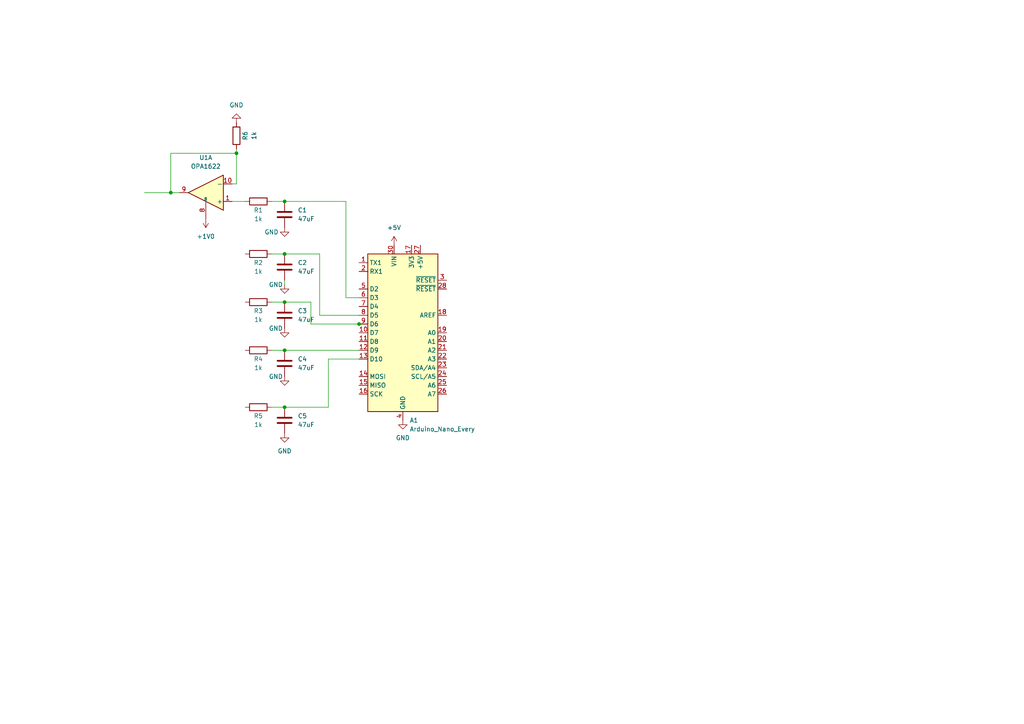
<source format=kicad_sch>
(kicad_sch (version 20230121) (generator eeschema)

  (uuid febae07b-aa3c-44e9-ba77-7fbc25b7a6dd)

  (paper "A4")

  (lib_symbols
    (symbol "Amplifier_Audio:OPA1622" (pin_names (offset 0.127)) (in_bom yes) (on_board yes)
      (property "Reference" "U" (at 3.81 6.35 0)
        (effects (font (size 1.27 1.27)) (justify left))
      )
      (property "Value" "OPA1622" (at 3.81 3.81 0)
        (effects (font (size 1.27 1.27)) (justify left))
      )
      (property "Footprint" "Package_SON:Texas_S-PVSON-N10" (at 0 -10.16 0)
        (effects (font (size 1.27 1.27)) hide)
      )
      (property "Datasheet" "http://www.ti.com/lit/ds/symlink/opa1622.pdf" (at 0 0 0)
        (effects (font (size 1.27 1.27)) hide)
      )
      (property "ki_locked" "" (at 0 0 0)
        (effects (font (size 1.27 1.27)))
      )
      (property "ki_keywords" "dual opamp audio" (at 0 0 0)
        (effects (font (size 1.27 1.27)) hide)
      )
      (property "ki_description" "High-Fidelity, Bipolar-Input, Audio Operational Amplifier, VSON-10" (at 0 0 0)
        (effects (font (size 1.27 1.27)) hide)
      )
      (property "ki_fp_filters" "Texas*PVSON*" (at 0 0 0)
        (effects (font (size 1.27 1.27)) hide)
      )
      (symbol "OPA1622_1_1"
        (polyline
          (pts
            (xy -5.08 5.08)
            (xy 5.08 0)
            (xy -5.08 -5.08)
            (xy -5.08 5.08)
            (xy -5.08 5.08)
          )
          (stroke (width 0.254) (type default))
          (fill (type background))
        )
        (pin input line (at -7.62 2.54 0) (length 2.54)
          (name "+" (effects (font (size 1.27 1.27))))
          (number "1" (effects (font (size 1.27 1.27))))
        )
        (pin input line (at -7.62 -2.54 0) (length 2.54)
          (name "-" (effects (font (size 1.27 1.27))))
          (number "10" (effects (font (size 1.27 1.27))))
        )
        (pin input line (at 0 7.62 270) (length 5.08)
          (name "EN" (effects (font (size 0.508 0.508))))
          (number "8" (effects (font (size 1.27 1.27))))
        )
        (pin output line (at 7.62 0 180) (length 2.54)
          (name "~" (effects (font (size 1.27 1.27))))
          (number "9" (effects (font (size 1.27 1.27))))
        )
      )
      (symbol "OPA1622_2_1"
        (polyline
          (pts
            (xy -5.08 5.08)
            (xy 5.08 0)
            (xy -5.08 -5.08)
            (xy -5.08 5.08)
            (xy -5.08 5.08)
          )
          (stroke (width 0.254) (type default))
          (fill (type background))
        )
        (pin input line (at -7.62 2.54 0) (length 2.54)
          (name "+" (effects (font (size 1.27 1.27))))
          (number "5" (effects (font (size 1.27 1.27))))
        )
        (pin input line (at -7.62 -2.54 0) (length 2.54)
          (name "-" (effects (font (size 1.27 1.27))))
          (number "6" (effects (font (size 1.27 1.27))))
        )
        (pin output line (at 7.62 0 180) (length 2.54)
          (name "~" (effects (font (size 1.27 1.27))))
          (number "7" (effects (font (size 1.27 1.27))))
        )
      )
      (symbol "OPA1622_3_1"
        (pin passive line (at -2.54 -7.62 90) (length 3.81) hide
          (name "V-" (effects (font (size 1.27 1.27))))
          (number "11" (effects (font (size 1.27 1.27))))
        )
        (pin power_in line (at -2.54 7.62 270) (length 3.81)
          (name "V+" (effects (font (size 1.27 1.27))))
          (number "2" (effects (font (size 1.27 1.27))))
        )
        (pin power_in line (at 0 -7.62 90) (length 5.08)
          (name "GND" (effects (font (size 0.508 0.508))))
          (number "3" (effects (font (size 1.27 1.27))))
        )
        (pin power_in line (at -2.54 -7.62 90) (length 3.81)
          (name "V-" (effects (font (size 1.27 1.27))))
          (number "4" (effects (font (size 1.27 1.27))))
        )
      )
    )
    (symbol "Device:C" (pin_numbers hide) (pin_names (offset 0.254)) (in_bom yes) (on_board yes)
      (property "Reference" "C" (at 0.635 2.54 0)
        (effects (font (size 1.27 1.27)) (justify left))
      )
      (property "Value" "C" (at 0.635 -2.54 0)
        (effects (font (size 1.27 1.27)) (justify left))
      )
      (property "Footprint" "" (at 0.9652 -3.81 0)
        (effects (font (size 1.27 1.27)) hide)
      )
      (property "Datasheet" "~" (at 0 0 0)
        (effects (font (size 1.27 1.27)) hide)
      )
      (property "ki_keywords" "cap capacitor" (at 0 0 0)
        (effects (font (size 1.27 1.27)) hide)
      )
      (property "ki_description" "Unpolarized capacitor" (at 0 0 0)
        (effects (font (size 1.27 1.27)) hide)
      )
      (property "ki_fp_filters" "C_*" (at 0 0 0)
        (effects (font (size 1.27 1.27)) hide)
      )
      (symbol "C_0_1"
        (polyline
          (pts
            (xy -2.032 -0.762)
            (xy 2.032 -0.762)
          )
          (stroke (width 0.508) (type default))
          (fill (type none))
        )
        (polyline
          (pts
            (xy -2.032 0.762)
            (xy 2.032 0.762)
          )
          (stroke (width 0.508) (type default))
          (fill (type none))
        )
      )
      (symbol "C_1_1"
        (pin passive line (at 0 3.81 270) (length 2.794)
          (name "~" (effects (font (size 1.27 1.27))))
          (number "1" (effects (font (size 1.27 1.27))))
        )
        (pin passive line (at 0 -3.81 90) (length 2.794)
          (name "~" (effects (font (size 1.27 1.27))))
          (number "2" (effects (font (size 1.27 1.27))))
        )
      )
    )
    (symbol "Device:R" (pin_numbers hide) (pin_names (offset 0)) (in_bom yes) (on_board yes)
      (property "Reference" "R" (at 2.032 0 90)
        (effects (font (size 1.27 1.27)))
      )
      (property "Value" "R" (at 0 0 90)
        (effects (font (size 1.27 1.27)))
      )
      (property "Footprint" "" (at -1.778 0 90)
        (effects (font (size 1.27 1.27)) hide)
      )
      (property "Datasheet" "~" (at 0 0 0)
        (effects (font (size 1.27 1.27)) hide)
      )
      (property "ki_keywords" "R res resistor" (at 0 0 0)
        (effects (font (size 1.27 1.27)) hide)
      )
      (property "ki_description" "Resistor" (at 0 0 0)
        (effects (font (size 1.27 1.27)) hide)
      )
      (property "ki_fp_filters" "R_*" (at 0 0 0)
        (effects (font (size 1.27 1.27)) hide)
      )
      (symbol "R_0_1"
        (rectangle (start -1.016 -2.54) (end 1.016 2.54)
          (stroke (width 0.254) (type default))
          (fill (type none))
        )
      )
      (symbol "R_1_1"
        (pin passive line (at 0 3.81 270) (length 1.27)
          (name "~" (effects (font (size 1.27 1.27))))
          (number "1" (effects (font (size 1.27 1.27))))
        )
        (pin passive line (at 0 -3.81 90) (length 1.27)
          (name "~" (effects (font (size 1.27 1.27))))
          (number "2" (effects (font (size 1.27 1.27))))
        )
      )
    )
    (symbol "MCU_Module:Arduino_Nano_Every" (in_bom yes) (on_board yes)
      (property "Reference" "A" (at -10.16 23.495 0)
        (effects (font (size 1.27 1.27)) (justify left bottom))
      )
      (property "Value" "Arduino_Nano_Every" (at 5.08 -24.13 0)
        (effects (font (size 1.27 1.27)) (justify left top))
      )
      (property "Footprint" "Module:Arduino_Nano" (at 0 0 0)
        (effects (font (size 1.27 1.27) italic) hide)
      )
      (property "Datasheet" "https://content.arduino.cc/assets/NANOEveryV3.0_sch.pdf" (at 0 0 0)
        (effects (font (size 1.27 1.27)) hide)
      )
      (property "ki_keywords" "Arduino nano microcontroller module USB UPDI AATMega4809 AVR" (at 0 0 0)
        (effects (font (size 1.27 1.27)) hide)
      )
      (property "ki_description" "Arduino Nano Every" (at 0 0 0)
        (effects (font (size 1.27 1.27)) hide)
      )
      (property "ki_fp_filters" "Arduino*Nano*" (at 0 0 0)
        (effects (font (size 1.27 1.27)) hide)
      )
      (symbol "Arduino_Nano_Every_0_1"
        (rectangle (start -10.16 22.86) (end 10.16 -22.86)
          (stroke (width 0.254) (type default))
          (fill (type background))
        )
      )
      (symbol "Arduino_Nano_Every_1_1"
        (pin bidirectional line (at -12.7 20.32 0) (length 2.54)
          (name "TX1" (effects (font (size 1.27 1.27))))
          (number "1" (effects (font (size 1.27 1.27))))
        )
        (pin bidirectional line (at -12.7 0 0) (length 2.54)
          (name "D7" (effects (font (size 1.27 1.27))))
          (number "10" (effects (font (size 1.27 1.27))))
        )
        (pin bidirectional line (at -12.7 -2.54 0) (length 2.54)
          (name "D8" (effects (font (size 1.27 1.27))))
          (number "11" (effects (font (size 1.27 1.27))))
        )
        (pin bidirectional line (at -12.7 -5.08 0) (length 2.54)
          (name "D9" (effects (font (size 1.27 1.27))))
          (number "12" (effects (font (size 1.27 1.27))))
        )
        (pin bidirectional line (at -12.7 -7.62 0) (length 2.54)
          (name "D10" (effects (font (size 1.27 1.27))))
          (number "13" (effects (font (size 1.27 1.27))))
        )
        (pin bidirectional line (at -12.7 -12.7 0) (length 2.54)
          (name "MOSI" (effects (font (size 1.27 1.27))))
          (number "14" (effects (font (size 1.27 1.27))))
        )
        (pin bidirectional line (at -12.7 -15.24 0) (length 2.54)
          (name "MISO" (effects (font (size 1.27 1.27))))
          (number "15" (effects (font (size 1.27 1.27))))
        )
        (pin bidirectional line (at -12.7 -17.78 0) (length 2.54)
          (name "SCK" (effects (font (size 1.27 1.27))))
          (number "16" (effects (font (size 1.27 1.27))))
        )
        (pin power_out line (at 2.54 25.4 270) (length 2.54)
          (name "3V3" (effects (font (size 1.27 1.27))))
          (number "17" (effects (font (size 1.27 1.27))))
        )
        (pin input line (at 12.7 5.08 180) (length 2.54)
          (name "AREF" (effects (font (size 1.27 1.27))))
          (number "18" (effects (font (size 1.27 1.27))))
        )
        (pin bidirectional line (at 12.7 0 180) (length 2.54)
          (name "A0" (effects (font (size 1.27 1.27))))
          (number "19" (effects (font (size 1.27 1.27))))
        )
        (pin bidirectional line (at -12.7 17.78 0) (length 2.54)
          (name "RX1" (effects (font (size 1.27 1.27))))
          (number "2" (effects (font (size 1.27 1.27))))
        )
        (pin bidirectional line (at 12.7 -2.54 180) (length 2.54)
          (name "A1" (effects (font (size 1.27 1.27))))
          (number "20" (effects (font (size 1.27 1.27))))
        )
        (pin bidirectional line (at 12.7 -5.08 180) (length 2.54)
          (name "A2" (effects (font (size 1.27 1.27))))
          (number "21" (effects (font (size 1.27 1.27))))
        )
        (pin bidirectional line (at 12.7 -7.62 180) (length 2.54)
          (name "A3" (effects (font (size 1.27 1.27))))
          (number "22" (effects (font (size 1.27 1.27))))
        )
        (pin bidirectional line (at 12.7 -10.16 180) (length 2.54)
          (name "SDA/A4" (effects (font (size 1.27 1.27))))
          (number "23" (effects (font (size 1.27 1.27))))
        )
        (pin bidirectional line (at 12.7 -12.7 180) (length 2.54)
          (name "SCL/A5" (effects (font (size 1.27 1.27))))
          (number "24" (effects (font (size 1.27 1.27))))
        )
        (pin bidirectional line (at 12.7 -15.24 180) (length 2.54)
          (name "A6" (effects (font (size 1.27 1.27))))
          (number "25" (effects (font (size 1.27 1.27))))
        )
        (pin bidirectional line (at 12.7 -17.78 180) (length 2.54)
          (name "A7" (effects (font (size 1.27 1.27))))
          (number "26" (effects (font (size 1.27 1.27))))
        )
        (pin power_out line (at 5.08 25.4 270) (length 2.54)
          (name "+5V" (effects (font (size 1.27 1.27))))
          (number "27" (effects (font (size 1.27 1.27))))
        )
        (pin input line (at 12.7 12.7 180) (length 2.54)
          (name "~{RESET}" (effects (font (size 1.27 1.27))))
          (number "28" (effects (font (size 1.27 1.27))))
        )
        (pin passive line (at 0 -25.4 90) (length 2.54) hide
          (name "GND" (effects (font (size 1.27 1.27))))
          (number "29" (effects (font (size 1.27 1.27))))
        )
        (pin input line (at 12.7 15.24 180) (length 2.54)
          (name "~{RESET}" (effects (font (size 1.27 1.27))))
          (number "3" (effects (font (size 1.27 1.27))))
        )
        (pin power_in line (at -2.54 25.4 270) (length 2.54)
          (name "VIN" (effects (font (size 1.27 1.27))))
          (number "30" (effects (font (size 1.27 1.27))))
        )
        (pin power_in line (at 0 -25.4 90) (length 2.54)
          (name "GND" (effects (font (size 1.27 1.27))))
          (number "4" (effects (font (size 1.27 1.27))))
        )
        (pin bidirectional line (at -12.7 12.7 0) (length 2.54)
          (name "D2" (effects (font (size 1.27 1.27))))
          (number "5" (effects (font (size 1.27 1.27))))
        )
        (pin bidirectional line (at -12.7 10.16 0) (length 2.54)
          (name "D3" (effects (font (size 1.27 1.27))))
          (number "6" (effects (font (size 1.27 1.27))))
        )
        (pin bidirectional line (at -12.7 7.62 0) (length 2.54)
          (name "D4" (effects (font (size 1.27 1.27))))
          (number "7" (effects (font (size 1.27 1.27))))
        )
        (pin bidirectional line (at -12.7 5.08 0) (length 2.54)
          (name "D5" (effects (font (size 1.27 1.27))))
          (number "8" (effects (font (size 1.27 1.27))))
        )
        (pin bidirectional line (at -12.7 2.54 0) (length 2.54)
          (name "D6" (effects (font (size 1.27 1.27))))
          (number "9" (effects (font (size 1.27 1.27))))
        )
      )
    )
    (symbol "power:+1V0" (power) (pin_names (offset 0)) (in_bom yes) (on_board yes)
      (property "Reference" "#PWR" (at 0 -3.81 0)
        (effects (font (size 1.27 1.27)) hide)
      )
      (property "Value" "+1V0" (at 0 3.556 0)
        (effects (font (size 1.27 1.27)))
      )
      (property "Footprint" "" (at 0 0 0)
        (effects (font (size 1.27 1.27)) hide)
      )
      (property "Datasheet" "" (at 0 0 0)
        (effects (font (size 1.27 1.27)) hide)
      )
      (property "ki_keywords" "global power" (at 0 0 0)
        (effects (font (size 1.27 1.27)) hide)
      )
      (property "ki_description" "Power symbol creates a global label with name \"+1V0\"" (at 0 0 0)
        (effects (font (size 1.27 1.27)) hide)
      )
      (symbol "+1V0_0_1"
        (polyline
          (pts
            (xy -0.762 1.27)
            (xy 0 2.54)
          )
          (stroke (width 0) (type default))
          (fill (type none))
        )
        (polyline
          (pts
            (xy 0 0)
            (xy 0 2.54)
          )
          (stroke (width 0) (type default))
          (fill (type none))
        )
        (polyline
          (pts
            (xy 0 2.54)
            (xy 0.762 1.27)
          )
          (stroke (width 0) (type default))
          (fill (type none))
        )
      )
      (symbol "+1V0_1_1"
        (pin power_in line (at 0 0 90) (length 0) hide
          (name "+1V0" (effects (font (size 1.27 1.27))))
          (number "1" (effects (font (size 1.27 1.27))))
        )
      )
    )
    (symbol "power:+5V" (power) (pin_names (offset 0)) (in_bom yes) (on_board yes)
      (property "Reference" "#PWR" (at 0 -3.81 0)
        (effects (font (size 1.27 1.27)) hide)
      )
      (property "Value" "+5V" (at 0 3.556 0)
        (effects (font (size 1.27 1.27)))
      )
      (property "Footprint" "" (at 0 0 0)
        (effects (font (size 1.27 1.27)) hide)
      )
      (property "Datasheet" "" (at 0 0 0)
        (effects (font (size 1.27 1.27)) hide)
      )
      (property "ki_keywords" "global power" (at 0 0 0)
        (effects (font (size 1.27 1.27)) hide)
      )
      (property "ki_description" "Power symbol creates a global label with name \"+5V\"" (at 0 0 0)
        (effects (font (size 1.27 1.27)) hide)
      )
      (symbol "+5V_0_1"
        (polyline
          (pts
            (xy -0.762 1.27)
            (xy 0 2.54)
          )
          (stroke (width 0) (type default))
          (fill (type none))
        )
        (polyline
          (pts
            (xy 0 0)
            (xy 0 2.54)
          )
          (stroke (width 0) (type default))
          (fill (type none))
        )
        (polyline
          (pts
            (xy 0 2.54)
            (xy 0.762 1.27)
          )
          (stroke (width 0) (type default))
          (fill (type none))
        )
      )
      (symbol "+5V_1_1"
        (pin power_in line (at 0 0 90) (length 0) hide
          (name "+5V" (effects (font (size 1.27 1.27))))
          (number "1" (effects (font (size 1.27 1.27))))
        )
      )
    )
    (symbol "power:GND" (power) (pin_names (offset 0)) (in_bom yes) (on_board yes)
      (property "Reference" "#PWR" (at 0 -6.35 0)
        (effects (font (size 1.27 1.27)) hide)
      )
      (property "Value" "GND" (at 0 -3.81 0)
        (effects (font (size 1.27 1.27)))
      )
      (property "Footprint" "" (at 0 0 0)
        (effects (font (size 1.27 1.27)) hide)
      )
      (property "Datasheet" "" (at 0 0 0)
        (effects (font (size 1.27 1.27)) hide)
      )
      (property "ki_keywords" "global power" (at 0 0 0)
        (effects (font (size 1.27 1.27)) hide)
      )
      (property "ki_description" "Power symbol creates a global label with name \"GND\" , ground" (at 0 0 0)
        (effects (font (size 1.27 1.27)) hide)
      )
      (symbol "GND_0_1"
        (polyline
          (pts
            (xy 0 0)
            (xy 0 -1.27)
            (xy 1.27 -1.27)
            (xy 0 -2.54)
            (xy -1.27 -1.27)
            (xy 0 -1.27)
          )
          (stroke (width 0) (type default))
          (fill (type none))
        )
      )
      (symbol "GND_1_1"
        (pin power_in line (at 0 0 270) (length 0) hide
          (name "GND" (effects (font (size 1.27 1.27))))
          (number "1" (effects (font (size 1.27 1.27))))
        )
      )
    )
  )

  (junction (at 82.55 87.63) (diameter 0) (color 0 0 0 0)
    (uuid 3ae5786d-a593-4111-8ad1-7a7bb5aac9f0)
  )
  (junction (at 82.55 58.42) (diameter 0) (color 0 0 0 0)
    (uuid 4e4e8063-539d-4d9c-bef5-c70b5cddf21e)
  )
  (junction (at 49.53 55.88) (diameter 0) (color 0 0 0 0)
    (uuid 6ffac9f2-268e-435e-84f6-b8ecbbbaf2ed)
  )
  (junction (at 82.55 101.6) (diameter 0) (color 0 0 0 0)
    (uuid 7964883f-e781-4057-a752-3f7284bba197)
  )
  (junction (at 82.55 73.66) (diameter 0) (color 0 0 0 0)
    (uuid 823fef96-8c26-4c88-bc95-318d6479b97f)
  )
  (junction (at 104.14 93.98) (diameter 0) (color 0 0 0 0)
    (uuid 94250688-5e39-41d1-9f0f-d38268ad8bfa)
  )
  (junction (at 82.55 118.11) (diameter 0) (color 0 0 0 0)
    (uuid ba6e009d-ea05-4d1a-888a-ffe5b58c1a5d)
  )
  (junction (at 68.58 44.45) (diameter 0) (color 0 0 0 0)
    (uuid c268caff-109f-40fc-9b2a-90bacc7f2d75)
  )

  (wire (pts (xy 92.71 91.44) (xy 104.14 91.44))
    (stroke (width 0) (type default))
    (uuid 058026ba-0203-4fa6-aeb9-9320a357db20)
  )
  (wire (pts (xy 67.31 58.42) (xy 71.12 58.42))
    (stroke (width 0) (type default))
    (uuid 12fdf027-1ebb-4732-83e9-c125c0e5b62b)
  )
  (wire (pts (xy 82.55 58.42) (xy 100.33 58.42))
    (stroke (width 0) (type default))
    (uuid 21ce8c0e-4101-4770-bf6a-e537eafad2b7)
  )
  (wire (pts (xy 49.53 55.88) (xy 49.53 44.45))
    (stroke (width 0) (type default))
    (uuid 25fc2f36-e025-440d-bf79-d1b16323a4c5)
  )
  (wire (pts (xy 68.58 44.45) (xy 68.58 53.34))
    (stroke (width 0) (type default))
    (uuid 2a0db255-b76e-402f-adb3-893c4338488c)
  )
  (wire (pts (xy 100.33 86.36) (xy 100.33 58.42))
    (stroke (width 0) (type default))
    (uuid 308d5785-9059-4c66-b225-18baf4fb8c5b)
  )
  (wire (pts (xy 78.74 73.66) (xy 82.55 73.66))
    (stroke (width 0) (type default))
    (uuid 312dee5a-f891-4d80-829d-b8bdfd2f5038)
  )
  (wire (pts (xy 104.14 93.98) (xy 105.41 93.98))
    (stroke (width 0) (type default))
    (uuid 3753ccdd-983c-4d78-a1f4-be018ed7bfd5)
  )
  (wire (pts (xy 78.74 118.11) (xy 82.55 118.11))
    (stroke (width 0) (type default))
    (uuid 38488e39-b9d5-47d5-a99c-73dddf29360a)
  )
  (wire (pts (xy 82.55 81.28) (xy 82.55 82.55))
    (stroke (width 0) (type default))
    (uuid 3f4a1d8a-0d7c-45f0-8597-c25f1c09a2e8)
  )
  (wire (pts (xy 82.55 73.66) (xy 92.71 73.66))
    (stroke (width 0) (type default))
    (uuid 4306f012-4ad4-409a-bcea-d940d9972ef2)
  )
  (wire (pts (xy 52.07 55.88) (xy 49.53 55.88))
    (stroke (width 0) (type default))
    (uuid 4a9cba60-56a5-4984-9b6c-c5f5ce0c8677)
  )
  (wire (pts (xy 92.71 73.66) (xy 92.71 91.44))
    (stroke (width 0) (type default))
    (uuid 50319c1d-68b2-46d5-9eed-ae483598e8f7)
  )
  (wire (pts (xy 100.33 86.36) (xy 104.14 86.36))
    (stroke (width 0) (type default))
    (uuid 6c09de3f-199a-417d-853f-7bedc6354e81)
  )
  (wire (pts (xy 68.58 53.34) (xy 67.31 53.34))
    (stroke (width 0) (type default))
    (uuid 7c2ee4b0-9228-4b7d-bc53-676df2c1ceb4)
  )
  (wire (pts (xy 49.53 44.45) (xy 68.58 44.45))
    (stroke (width 0) (type default))
    (uuid 87be67a9-03e7-47d2-aa71-dd8f949900d4)
  )
  (wire (pts (xy 90.17 87.63) (xy 90.17 93.98))
    (stroke (width 0) (type default))
    (uuid 8bf9013b-fbc1-49c6-9f86-2c648d6ae5b8)
  )
  (wire (pts (xy 78.74 87.63) (xy 82.55 87.63))
    (stroke (width 0) (type default))
    (uuid 93ec03d6-7c50-4b90-97b6-ebf185cd39cf)
  )
  (wire (pts (xy 68.58 43.18) (xy 68.58 44.45))
    (stroke (width 0) (type default))
    (uuid 9af78729-d068-4724-902d-6bddea7cc2f4)
  )
  (wire (pts (xy 78.74 101.6) (xy 82.55 101.6))
    (stroke (width 0) (type default))
    (uuid 9b8e5531-ac74-46af-bd74-4491c05d5595)
  )
  (wire (pts (xy 82.55 87.63) (xy 90.17 87.63))
    (stroke (width 0) (type default))
    (uuid b237b8b9-94e9-456d-addc-45ff2a574ed8)
  )
  (wire (pts (xy 78.74 58.42) (xy 82.55 58.42))
    (stroke (width 0) (type default))
    (uuid c05ef34d-06c8-4e96-872d-6e995823bf20)
  )
  (wire (pts (xy 95.25 104.14) (xy 95.25 118.11))
    (stroke (width 0) (type default))
    (uuid cfd1a1b2-392f-4aa0-8b7a-4099a2bfece0)
  )
  (wire (pts (xy 41.91 55.88) (xy 49.53 55.88))
    (stroke (width 0) (type default))
    (uuid d743f51a-b4f6-42af-b7b8-84100189c135)
  )
  (wire (pts (xy 104.14 104.14) (xy 95.25 104.14))
    (stroke (width 0) (type default))
    (uuid d7f2fdc0-7649-4c1b-99d5-5ff68a97bb20)
  )
  (wire (pts (xy 90.17 93.98) (xy 104.14 93.98))
    (stroke (width 0) (type default))
    (uuid de65625d-3d2d-4c80-ab91-1d35e8656c4b)
  )
  (wire (pts (xy 82.55 101.6) (xy 104.14 101.6))
    (stroke (width 0) (type default))
    (uuid eb90ae85-c7e9-44f9-8af7-f0046dc20949)
  )
  (wire (pts (xy 82.55 118.11) (xy 95.25 118.11))
    (stroke (width 0) (type default))
    (uuid fc340b83-73c8-4fde-93b8-14f972c90dc7)
  )

  (symbol (lib_id "power:GND") (at 82.55 66.04 0) (unit 1)
    (in_bom yes) (on_board yes) (dnp no)
    (uuid 03bb9eb4-9f7e-46de-9435-fdb1010f2870)
    (property "Reference" "#PWR03" (at 82.55 72.39 0)
      (effects (font (size 1.27 1.27)) hide)
    )
    (property "Value" "GND" (at 78.74 67.31 0)
      (effects (font (size 1.27 1.27)))
    )
    (property "Footprint" "" (at 82.55 66.04 0)
      (effects (font (size 1.27 1.27)) hide)
    )
    (property "Datasheet" "" (at 82.55 66.04 0)
      (effects (font (size 1.27 1.27)) hide)
    )
    (pin "1" (uuid 0b558d10-7bde-4a1c-89cf-d61c7c827b78))
    (instances
      (project "Emulation 1.0"
        (path "/febae07b-aa3c-44e9-ba77-7fbc25b7a6dd"
          (reference "#PWR03") (unit 1)
        )
      )
    )
  )

  (symbol (lib_id "Device:R") (at 68.58 39.37 180) (unit 1)
    (in_bom yes) (on_board yes) (dnp no)
    (uuid 06c71694-43d8-4e30-afb3-abbd6335b6a3)
    (property "Reference" "R6" (at 71.12 39.37 90)
      (effects (font (size 1.27 1.27)))
    )
    (property "Value" "1k" (at 73.66 39.37 90)
      (effects (font (size 1.27 1.27)))
    )
    (property "Footprint" "" (at 70.358 39.37 90)
      (effects (font (size 1.27 1.27)) hide)
    )
    (property "Datasheet" "~" (at 68.58 39.37 0)
      (effects (font (size 1.27 1.27)) hide)
    )
    (pin "1" (uuid e7cb2a97-8f25-499c-bc1c-96d11973b10c))
    (pin "2" (uuid 0489e661-2813-4b0b-b12b-2bc53d7fc56b))
    (instances
      (project "Emulation 1.0"
        (path "/febae07b-aa3c-44e9-ba77-7fbc25b7a6dd"
          (reference "R6") (unit 1)
        )
      )
    )
  )

  (symbol (lib_id "Device:C") (at 82.55 105.41 0) (unit 1)
    (in_bom yes) (on_board yes) (dnp no) (fields_autoplaced)
    (uuid 11cbe02c-faae-4e19-87ef-92ada789fdb5)
    (property "Reference" "C4" (at 86.36 104.14 0)
      (effects (font (size 1.27 1.27)) (justify left))
    )
    (property "Value" "47uF" (at 86.36 106.68 0)
      (effects (font (size 1.27 1.27)) (justify left))
    )
    (property "Footprint" "" (at 83.5152 109.22 0)
      (effects (font (size 1.27 1.27)) hide)
    )
    (property "Datasheet" "~" (at 82.55 105.41 0)
      (effects (font (size 1.27 1.27)) hide)
    )
    (pin "1" (uuid d402e0d5-e3f2-4012-b4ae-1b9936212178))
    (pin "2" (uuid 28f72612-9b9a-480a-a7f6-59f484bd39f9))
    (instances
      (project "Emulation 1.0"
        (path "/febae07b-aa3c-44e9-ba77-7fbc25b7a6dd"
          (reference "C4") (unit 1)
        )
      )
    )
  )

  (symbol (lib_id "Amplifier_Audio:OPA1622") (at 59.69 55.88 180) (unit 1)
    (in_bom yes) (on_board yes) (dnp no) (fields_autoplaced)
    (uuid 1b48452c-1c79-4ca4-8c95-1da9afd6a94d)
    (property "Reference" "U1" (at 59.69 45.72 0)
      (effects (font (size 1.27 1.27)))
    )
    (property "Value" "OPA1622" (at 59.69 48.26 0)
      (effects (font (size 1.27 1.27)))
    )
    (property "Footprint" "Package_SON:Texas_S-PVSON-N10" (at 59.69 45.72 0)
      (effects (font (size 1.27 1.27)) hide)
    )
    (property "Datasheet" "http://www.ti.com/lit/ds/symlink/opa1622.pdf" (at 59.69 55.88 0)
      (effects (font (size 1.27 1.27)) hide)
    )
    (pin "1" (uuid 2dfea7a4-444a-44f1-97b0-50a9274e1339))
    (pin "10" (uuid 65aceee5-4070-4bd8-8b58-00e67fe6f688))
    (pin "8" (uuid 86f5f243-4b40-45cf-9be1-de3b20357e65))
    (pin "9" (uuid 7ee4093c-8cee-42cc-94dd-675851c0f6eb))
    (pin "5" (uuid cad970c3-7240-454a-b7a3-402e3ecd48ae))
    (pin "6" (uuid 6d4881f4-8899-4fa7-85bc-fe976c8efbc8))
    (pin "7" (uuid 20db9dd1-a2ab-481c-9a5a-74bece823eca))
    (pin "11" (uuid bdc821e8-c992-4593-9ba5-f0516b098bf1))
    (pin "2" (uuid d62922a8-d20b-4eb6-ba1d-63351162d4de))
    (pin "3" (uuid 6436f423-2dbc-44b6-80cd-e800cbe45350))
    (pin "4" (uuid 82765854-8ac9-47e2-bcf5-22181f051b8f))
    (instances
      (project "Emulation 1.0"
        (path "/febae07b-aa3c-44e9-ba77-7fbc25b7a6dd"
          (reference "U1") (unit 1)
        )
      )
    )
  )

  (symbol (lib_id "power:GND") (at 68.58 35.56 180) (unit 1)
    (in_bom yes) (on_board yes) (dnp no) (fields_autoplaced)
    (uuid 26916fb7-efec-4c8f-bb0d-8b81ccf1247d)
    (property "Reference" "#PWR08" (at 68.58 29.21 0)
      (effects (font (size 1.27 1.27)) hide)
    )
    (property "Value" "GND" (at 68.58 30.48 0)
      (effects (font (size 1.27 1.27)))
    )
    (property "Footprint" "" (at 68.58 35.56 0)
      (effects (font (size 1.27 1.27)) hide)
    )
    (property "Datasheet" "" (at 68.58 35.56 0)
      (effects (font (size 1.27 1.27)) hide)
    )
    (pin "1" (uuid b01a0ffd-6de3-416a-86c0-a46cd11b5643))
    (instances
      (project "Emulation 1.0"
        (path "/febae07b-aa3c-44e9-ba77-7fbc25b7a6dd"
          (reference "#PWR08") (unit 1)
        )
      )
    )
  )

  (symbol (lib_id "power:GND") (at 82.55 95.25 0) (unit 1)
    (in_bom yes) (on_board yes) (dnp no)
    (uuid 296ca1b8-9d89-4867-8a76-3be28ef31912)
    (property "Reference" "#PWR05" (at 82.55 101.6 0)
      (effects (font (size 1.27 1.27)) hide)
    )
    (property "Value" "GND" (at 80.01 95.25 0)
      (effects (font (size 1.27 1.27)))
    )
    (property "Footprint" "" (at 82.55 95.25 0)
      (effects (font (size 1.27 1.27)) hide)
    )
    (property "Datasheet" "" (at 82.55 95.25 0)
      (effects (font (size 1.27 1.27)) hide)
    )
    (pin "1" (uuid 539fa554-fe01-45f7-bf08-3eb8ff371503))
    (instances
      (project "Emulation 1.0"
        (path "/febae07b-aa3c-44e9-ba77-7fbc25b7a6dd"
          (reference "#PWR05") (unit 1)
        )
      )
    )
  )

  (symbol (lib_id "Device:C") (at 82.55 62.23 0) (unit 1)
    (in_bom yes) (on_board yes) (dnp no) (fields_autoplaced)
    (uuid 2b802293-70ea-42f1-a84f-76b349a9b4a1)
    (property "Reference" "C1" (at 86.36 60.96 0)
      (effects (font (size 1.27 1.27)) (justify left))
    )
    (property "Value" "47uF" (at 86.36 63.5 0)
      (effects (font (size 1.27 1.27)) (justify left))
    )
    (property "Footprint" "" (at 83.5152 66.04 0)
      (effects (font (size 1.27 1.27)) hide)
    )
    (property "Datasheet" "~" (at 82.55 62.23 0)
      (effects (font (size 1.27 1.27)) hide)
    )
    (pin "1" (uuid b58387c3-d34a-4d12-868a-a7ccde99a2f7))
    (pin "2" (uuid 80120bcf-ad7e-4a66-a7a5-64cb857ebdcc))
    (instances
      (project "Emulation 1.0"
        (path "/febae07b-aa3c-44e9-ba77-7fbc25b7a6dd"
          (reference "C1") (unit 1)
        )
      )
    )
  )

  (symbol (lib_id "power:GND") (at 82.55 82.55 0) (unit 1)
    (in_bom yes) (on_board yes) (dnp no)
    (uuid 2bfe5a2c-e91d-49f5-89d3-e27f38b194ab)
    (property "Reference" "#PWR04" (at 82.55 88.9 0)
      (effects (font (size 1.27 1.27)) hide)
    )
    (property "Value" "GND" (at 80.01 82.55 0)
      (effects (font (size 1.27 1.27)))
    )
    (property "Footprint" "" (at 82.55 82.55 0)
      (effects (font (size 1.27 1.27)) hide)
    )
    (property "Datasheet" "" (at 82.55 82.55 0)
      (effects (font (size 1.27 1.27)) hide)
    )
    (pin "1" (uuid 1634b500-1b9c-4ce7-b6a0-2678706e60d0))
    (instances
      (project "Emulation 1.0"
        (path "/febae07b-aa3c-44e9-ba77-7fbc25b7a6dd"
          (reference "#PWR04") (unit 1)
        )
      )
    )
  )

  (symbol (lib_id "power:GND") (at 116.84 121.92 0) (unit 1)
    (in_bom yes) (on_board yes) (dnp no) (fields_autoplaced)
    (uuid 2ee2451f-5e05-40fa-8e62-7d4408d13193)
    (property "Reference" "#PWR01" (at 116.84 128.27 0)
      (effects (font (size 1.27 1.27)) hide)
    )
    (property "Value" "GND" (at 116.84 127 0)
      (effects (font (size 1.27 1.27)))
    )
    (property "Footprint" "" (at 116.84 121.92 0)
      (effects (font (size 1.27 1.27)) hide)
    )
    (property "Datasheet" "" (at 116.84 121.92 0)
      (effects (font (size 1.27 1.27)) hide)
    )
    (pin "1" (uuid 2c74ebbc-4e20-4b40-a7bd-c813eb4ddd6a))
    (instances
      (project "Emulation 1.0"
        (path "/febae07b-aa3c-44e9-ba77-7fbc25b7a6dd"
          (reference "#PWR01") (unit 1)
        )
      )
    )
  )

  (symbol (lib_id "Device:R") (at 74.93 101.6 90) (unit 1)
    (in_bom yes) (on_board yes) (dnp no)
    (uuid 35eddb70-8c46-4b8c-b847-ca1981d6a1b9)
    (property "Reference" "R4" (at 74.93 104.14 90)
      (effects (font (size 1.27 1.27)))
    )
    (property "Value" "1k" (at 74.93 106.68 90)
      (effects (font (size 1.27 1.27)))
    )
    (property "Footprint" "" (at 74.93 103.378 90)
      (effects (font (size 1.27 1.27)) hide)
    )
    (property "Datasheet" "~" (at 74.93 101.6 0)
      (effects (font (size 1.27 1.27)) hide)
    )
    (pin "1" (uuid 79a7086c-5746-4005-96e4-43ef83ebc000))
    (pin "2" (uuid 165a3531-59fd-4dd9-a916-ab2c40ff1502))
    (instances
      (project "Emulation 1.0"
        (path "/febae07b-aa3c-44e9-ba77-7fbc25b7a6dd"
          (reference "R4") (unit 1)
        )
      )
    )
  )

  (symbol (lib_id "Device:R") (at 74.93 118.11 90) (unit 1)
    (in_bom yes) (on_board yes) (dnp no)
    (uuid 427d5c9b-0a27-4075-bf5d-c6b9296d7713)
    (property "Reference" "R5" (at 74.93 120.65 90)
      (effects (font (size 1.27 1.27)))
    )
    (property "Value" "1k" (at 74.93 123.19 90)
      (effects (font (size 1.27 1.27)))
    )
    (property "Footprint" "" (at 74.93 119.888 90)
      (effects (font (size 1.27 1.27)) hide)
    )
    (property "Datasheet" "~" (at 74.93 118.11 0)
      (effects (font (size 1.27 1.27)) hide)
    )
    (pin "1" (uuid 04f10fa1-6e29-4fde-9cda-3abda14385a2))
    (pin "2" (uuid 18b17247-5647-40df-a780-268efd188aff))
    (instances
      (project "Emulation 1.0"
        (path "/febae07b-aa3c-44e9-ba77-7fbc25b7a6dd"
          (reference "R5") (unit 1)
        )
      )
    )
  )

  (symbol (lib_id "power:GND") (at 82.55 125.73 0) (unit 1)
    (in_bom yes) (on_board yes) (dnp no) (fields_autoplaced)
    (uuid 4d68297f-a736-48d1-bc73-dd3d4956bb02)
    (property "Reference" "#PWR07" (at 82.55 132.08 0)
      (effects (font (size 1.27 1.27)) hide)
    )
    (property "Value" "GND" (at 82.55 130.81 0)
      (effects (font (size 1.27 1.27)))
    )
    (property "Footprint" "" (at 82.55 125.73 0)
      (effects (font (size 1.27 1.27)) hide)
    )
    (property "Datasheet" "" (at 82.55 125.73 0)
      (effects (font (size 1.27 1.27)) hide)
    )
    (pin "1" (uuid 7e9c4ec0-19b0-4946-bb02-d27ceffbbfb3))
    (instances
      (project "Emulation 1.0"
        (path "/febae07b-aa3c-44e9-ba77-7fbc25b7a6dd"
          (reference "#PWR07") (unit 1)
        )
      )
    )
  )

  (symbol (lib_id "Device:R") (at 74.93 87.63 90) (unit 1)
    (in_bom yes) (on_board yes) (dnp no)
    (uuid 5d37dca5-fbbe-4574-bade-c122efc14176)
    (property "Reference" "R3" (at 74.93 90.17 90)
      (effects (font (size 1.27 1.27)))
    )
    (property "Value" "1k" (at 74.93 92.71 90)
      (effects (font (size 1.27 1.27)))
    )
    (property "Footprint" "" (at 74.93 89.408 90)
      (effects (font (size 1.27 1.27)) hide)
    )
    (property "Datasheet" "~" (at 74.93 87.63 0)
      (effects (font (size 1.27 1.27)) hide)
    )
    (pin "1" (uuid 0aa85f37-4231-45bb-b1bc-66c7e2bc2680))
    (pin "2" (uuid 1a019a05-a84e-4a76-8e2d-a6e7724f10c0))
    (instances
      (project "Emulation 1.0"
        (path "/febae07b-aa3c-44e9-ba77-7fbc25b7a6dd"
          (reference "R3") (unit 1)
        )
      )
    )
  )

  (symbol (lib_id "power:GND") (at 82.55 109.22 0) (unit 1)
    (in_bom yes) (on_board yes) (dnp no)
    (uuid 765b0714-5436-41fd-810b-389e1e96652e)
    (property "Reference" "#PWR06" (at 82.55 115.57 0)
      (effects (font (size 1.27 1.27)) hide)
    )
    (property "Value" "GND" (at 80.01 109.22 0)
      (effects (font (size 1.27 1.27)))
    )
    (property "Footprint" "" (at 82.55 109.22 0)
      (effects (font (size 1.27 1.27)) hide)
    )
    (property "Datasheet" "" (at 82.55 109.22 0)
      (effects (font (size 1.27 1.27)) hide)
    )
    (pin "1" (uuid 7d14e075-b743-4493-9e25-0d41ef3cdde5))
    (instances
      (project "Emulation 1.0"
        (path "/febae07b-aa3c-44e9-ba77-7fbc25b7a6dd"
          (reference "#PWR06") (unit 1)
        )
      )
    )
  )

  (symbol (lib_id "Device:C") (at 82.55 77.47 0) (unit 1)
    (in_bom yes) (on_board yes) (dnp no) (fields_autoplaced)
    (uuid 8723def3-d5f1-4561-b7a4-e0ee2aeae098)
    (property "Reference" "C2" (at 86.36 76.2 0)
      (effects (font (size 1.27 1.27)) (justify left))
    )
    (property "Value" "47uF" (at 86.36 78.74 0)
      (effects (font (size 1.27 1.27)) (justify left))
    )
    (property "Footprint" "" (at 83.5152 81.28 0)
      (effects (font (size 1.27 1.27)) hide)
    )
    (property "Datasheet" "~" (at 82.55 77.47 0)
      (effects (font (size 1.27 1.27)) hide)
    )
    (pin "1" (uuid a8e1462c-d016-467c-a365-07b32f01dda7))
    (pin "2" (uuid e438a22f-6060-41f3-9565-7f8c8be2271d))
    (instances
      (project "Emulation 1.0"
        (path "/febae07b-aa3c-44e9-ba77-7fbc25b7a6dd"
          (reference "C2") (unit 1)
        )
      )
    )
  )

  (symbol (lib_id "power:+5V") (at 114.3 71.12 0) (unit 1)
    (in_bom yes) (on_board yes) (dnp no) (fields_autoplaced)
    (uuid 9b7fae37-7cd4-41b9-85b9-419a06f6556c)
    (property "Reference" "#PWR02" (at 114.3 74.93 0)
      (effects (font (size 1.27 1.27)) hide)
    )
    (property "Value" "+5V" (at 114.3 66.04 0)
      (effects (font (size 1.27 1.27)))
    )
    (property "Footprint" "" (at 114.3 71.12 0)
      (effects (font (size 1.27 1.27)) hide)
    )
    (property "Datasheet" "" (at 114.3 71.12 0)
      (effects (font (size 1.27 1.27)) hide)
    )
    (pin "1" (uuid cc2094a0-ae7b-48ea-a4d2-ebd113d3ab9f))
    (instances
      (project "Emulation 1.0"
        (path "/febae07b-aa3c-44e9-ba77-7fbc25b7a6dd"
          (reference "#PWR02") (unit 1)
        )
      )
    )
  )

  (symbol (lib_id "power:+1V0") (at 59.69 63.5 180) (unit 1)
    (in_bom yes) (on_board yes) (dnp no) (fields_autoplaced)
    (uuid af10610d-1b0c-496f-afa4-943958dcd026)
    (property "Reference" "#PWR09" (at 59.69 59.69 0)
      (effects (font (size 1.27 1.27)) hide)
    )
    (property "Value" "+1V0" (at 59.69 68.58 0)
      (effects (font (size 1.27 1.27)))
    )
    (property "Footprint" "" (at 59.69 63.5 0)
      (effects (font (size 1.27 1.27)) hide)
    )
    (property "Datasheet" "" (at 59.69 63.5 0)
      (effects (font (size 1.27 1.27)) hide)
    )
    (pin "1" (uuid 9e6eff55-4410-4b08-94c5-e27db3a19404))
    (instances
      (project "Emulation 1.0"
        (path "/febae07b-aa3c-44e9-ba77-7fbc25b7a6dd"
          (reference "#PWR09") (unit 1)
        )
      )
    )
  )

  (symbol (lib_id "Device:R") (at 74.93 58.42 90) (unit 1)
    (in_bom yes) (on_board yes) (dnp no)
    (uuid af2e56fa-1efe-4681-b927-eb804a391f2b)
    (property "Reference" "R1" (at 74.93 60.96 90)
      (effects (font (size 1.27 1.27)))
    )
    (property "Value" "1k" (at 74.93 63.5 90)
      (effects (font (size 1.27 1.27)))
    )
    (property "Footprint" "" (at 74.93 60.198 90)
      (effects (font (size 1.27 1.27)) hide)
    )
    (property "Datasheet" "~" (at 74.93 58.42 0)
      (effects (font (size 1.27 1.27)) hide)
    )
    (pin "1" (uuid 548ce733-34ae-410c-9bc7-de8805a234f0))
    (pin "2" (uuid 80558446-56df-443d-8faf-20dbb729c701))
    (instances
      (project "Emulation 1.0"
        (path "/febae07b-aa3c-44e9-ba77-7fbc25b7a6dd"
          (reference "R1") (unit 1)
        )
      )
    )
  )

  (symbol (lib_id "Device:R") (at 74.93 73.66 90) (unit 1)
    (in_bom yes) (on_board yes) (dnp no)
    (uuid c1854e9a-8b9f-4095-922b-2caafddc275c)
    (property "Reference" "R2" (at 74.93 76.2 90)
      (effects (font (size 1.27 1.27)))
    )
    (property "Value" "1k" (at 74.93 78.74 90)
      (effects (font (size 1.27 1.27)))
    )
    (property "Footprint" "" (at 74.93 75.438 90)
      (effects (font (size 1.27 1.27)) hide)
    )
    (property "Datasheet" "~" (at 74.93 73.66 0)
      (effects (font (size 1.27 1.27)) hide)
    )
    (pin "1" (uuid 69f29ad9-7b45-4113-b2a2-a8de748c772f))
    (pin "2" (uuid 064fdb0e-0e6a-4095-acb2-ea5152c292c5))
    (instances
      (project "Emulation 1.0"
        (path "/febae07b-aa3c-44e9-ba77-7fbc25b7a6dd"
          (reference "R2") (unit 1)
        )
      )
    )
  )

  (symbol (lib_id "MCU_Module:Arduino_Nano_Every") (at 116.84 96.52 0) (unit 1)
    (in_bom yes) (on_board yes) (dnp no) (fields_autoplaced)
    (uuid c4e4163f-21dc-4a7c-8981-b4fda1fe660a)
    (property "Reference" "A1" (at 118.7959 121.92 0)
      (effects (font (size 1.27 1.27)) (justify left))
    )
    (property "Value" "Arduino_Nano_Every" (at 118.7959 124.46 0)
      (effects (font (size 1.27 1.27)) (justify left))
    )
    (property "Footprint" "Module:Arduino_Nano" (at 116.84 96.52 0)
      (effects (font (size 1.27 1.27) italic) hide)
    )
    (property "Datasheet" "https://content.arduino.cc/assets/NANOEveryV3.0_sch.pdf" (at 116.84 96.52 0)
      (effects (font (size 1.27 1.27)) hide)
    )
    (pin "1" (uuid 32c88a80-67ce-480d-97d7-21e3f20a1056))
    (pin "10" (uuid d8d39bfa-e44e-4523-973a-c248659e1fc9))
    (pin "11" (uuid 8543c9f6-9b33-44e6-a44f-58b2edddd27d))
    (pin "12" (uuid 7f94bfa9-7433-4827-871c-18de09363616))
    (pin "13" (uuid e3b66a1b-db97-4dcc-9795-958fc976de6e))
    (pin "14" (uuid 8af7afcf-073d-4a32-9e08-5c6380fe88cb))
    (pin "15" (uuid 05205fb1-384f-4a18-b32d-cae39723b226))
    (pin "16" (uuid 74626251-0d57-46bc-8353-7e5fa3a209b2))
    (pin "17" (uuid 6788bd13-7c0b-4bdb-b7d4-1af0bc509165))
    (pin "18" (uuid b4b32d81-c5ae-4391-8faf-6b242c6d37ab))
    (pin "19" (uuid 5921420a-320b-46f6-8392-46ef88ac82f5))
    (pin "2" (uuid 20df0d40-9f9f-4622-a068-02f0a6e1eeba))
    (pin "20" (uuid 562a9ec6-d551-4052-af32-afad43c7877c))
    (pin "21" (uuid e115406d-01af-487a-9cb8-00cfa6fe2e44))
    (pin "22" (uuid badc1e9e-baa5-4243-8f57-1231f899d78b))
    (pin "23" (uuid f782fcbc-6590-43ec-8f23-fe62bcfa74d3))
    (pin "24" (uuid 99231b4b-c6d8-4bb2-b886-748847796cb8))
    (pin "25" (uuid b11174f5-7b26-4e94-8ee3-725cad4797d9))
    (pin "26" (uuid c8782e69-da7f-417c-affd-db45b2981dbe))
    (pin "27" (uuid 220a101a-672f-4873-8280-590b06a064fc))
    (pin "28" (uuid 29b8dc43-ac90-42f0-8950-32260a4bfa56))
    (pin "29" (uuid 629568b4-5679-4225-b80e-2ea537a18857))
    (pin "3" (uuid 2f1c30be-a10a-45da-a4b9-fd0aaff07d5a))
    (pin "30" (uuid f35d673e-9787-4752-8d99-3b54a9e550f6))
    (pin "4" (uuid 87f6e2cb-3f46-494d-9113-7b619f9ba00b))
    (pin "5" (uuid de2353e0-73e1-4c71-ba9e-f1017066bbd4))
    (pin "6" (uuid 155e5cbe-1862-4c60-8e3c-fe93e3ecd86a))
    (pin "7" (uuid f952d9d3-fb1b-4ec3-9f45-14bb670810d0))
    (pin "8" (uuid 3d6cc1f4-5517-4695-88b4-9b4e40b31580))
    (pin "9" (uuid 561f5c9c-0e0b-40d6-85e2-a89695d1ecd6))
    (instances
      (project "Emulation 1.0"
        (path "/febae07b-aa3c-44e9-ba77-7fbc25b7a6dd"
          (reference "A1") (unit 1)
        )
      )
    )
  )

  (symbol (lib_id "Device:C") (at 82.55 121.92 0) (unit 1)
    (in_bom yes) (on_board yes) (dnp no) (fields_autoplaced)
    (uuid de7c2962-ca87-46eb-83e2-6ea8ea06394e)
    (property "Reference" "C5" (at 86.36 120.65 0)
      (effects (font (size 1.27 1.27)) (justify left))
    )
    (property "Value" "47uF" (at 86.36 123.19 0)
      (effects (font (size 1.27 1.27)) (justify left))
    )
    (property "Footprint" "" (at 83.5152 125.73 0)
      (effects (font (size 1.27 1.27)) hide)
    )
    (property "Datasheet" "~" (at 82.55 121.92 0)
      (effects (font (size 1.27 1.27)) hide)
    )
    (pin "1" (uuid ae0a4a4b-984c-4fa8-8ded-57a8fadbd920))
    (pin "2" (uuid d1a62278-7d1f-4ae0-a305-3eb95564f88b))
    (instances
      (project "Emulation 1.0"
        (path "/febae07b-aa3c-44e9-ba77-7fbc25b7a6dd"
          (reference "C5") (unit 1)
        )
      )
    )
  )

  (symbol (lib_id "Device:C") (at 82.55 91.44 0) (unit 1)
    (in_bom yes) (on_board yes) (dnp no) (fields_autoplaced)
    (uuid e67cf2b5-db24-45d6-9b4b-7d4fd0cb4ed0)
    (property "Reference" "C3" (at 86.36 90.17 0)
      (effects (font (size 1.27 1.27)) (justify left))
    )
    (property "Value" "47uF" (at 86.36 92.71 0)
      (effects (font (size 1.27 1.27)) (justify left))
    )
    (property "Footprint" "" (at 83.5152 95.25 0)
      (effects (font (size 1.27 1.27)) hide)
    )
    (property "Datasheet" "~" (at 82.55 91.44 0)
      (effects (font (size 1.27 1.27)) hide)
    )
    (pin "1" (uuid 8727721d-794a-4a6b-81da-efbf9f84d6c0))
    (pin "2" (uuid 750c79c2-4e5d-4795-b0dd-4eca8f44ad33))
    (instances
      (project "Emulation 1.0"
        (path "/febae07b-aa3c-44e9-ba77-7fbc25b7a6dd"
          (reference "C3") (unit 1)
        )
      )
    )
  )

  (sheet_instances
    (path "/" (page "1"))
  )
)

</source>
